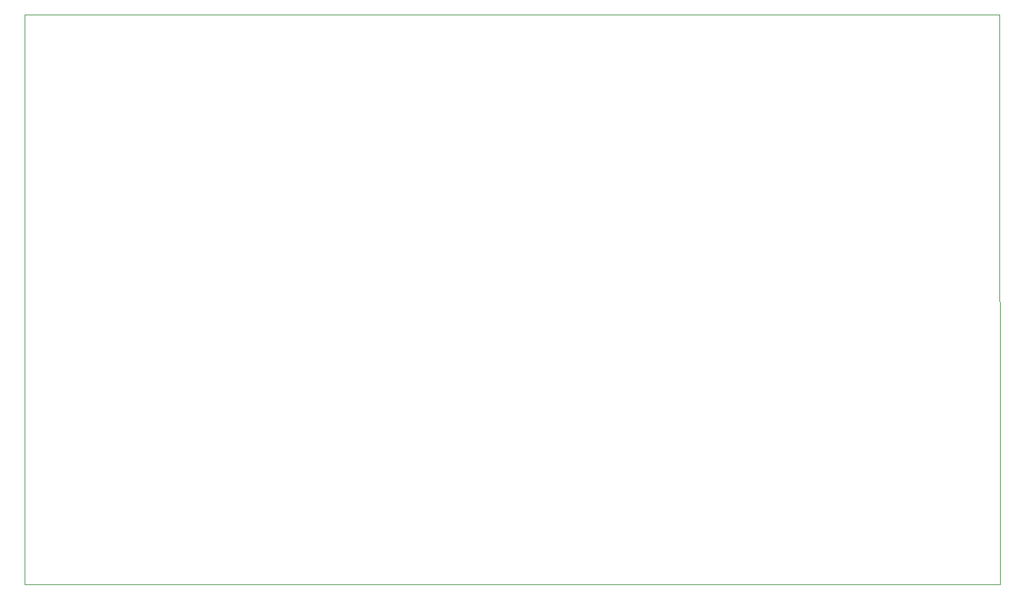
<source format=gbr>
%TF.GenerationSoftware,KiCad,Pcbnew,8.0.1*%
%TF.CreationDate,2024-03-31T12:23:00+01:00*%
%TF.ProjectId,Apricot-Xi-Expansion-RAM,41707269-636f-4742-9d58-692d45787061,rev?*%
%TF.SameCoordinates,Original*%
%TF.FileFunction,Profile,NP*%
%FSLAX46Y46*%
G04 Gerber Fmt 4.6, Leading zero omitted, Abs format (unit mm)*
G04 Created by KiCad (PCBNEW 8.0.1) date 2024-03-31 12:23:00*
%MOMM*%
%LPD*%
G01*
G04 APERTURE LIST*
%TA.AperFunction,Profile*%
%ADD10C,0.050000*%
%TD*%
G04 APERTURE END LIST*
D10*
X94292000Y-118175500D02*
X218392000Y-118175500D01*
X218369578Y-45592047D02*
X94292000Y-45575500D01*
X94292000Y-45575500D02*
X94292000Y-118175500D01*
X218392000Y-118175500D02*
X218369578Y-45592047D01*
M02*

</source>
